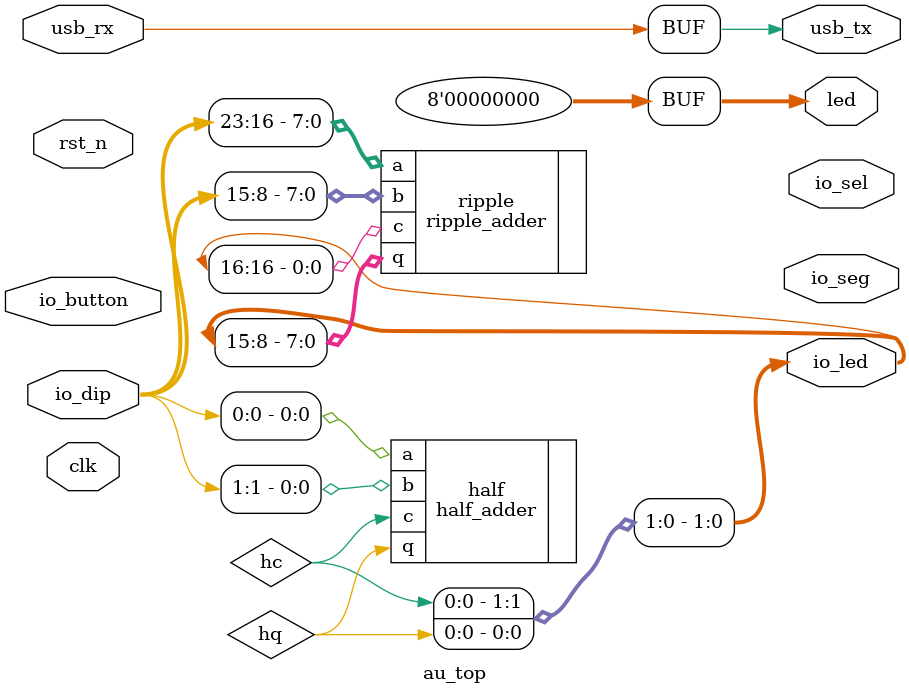
<source format=v>
module au_top(
    input clk,              // 100MHz clock
    input rst_n,            // reset button (active low)
    output [7:0] led,       // 8 user controllable LEDs
    input usb_rx,           // USB->Serial input
    output usb_tx,          // USB->Serial output,
    input [4:0] io_button,
    input [23:0] io_dip,
    output [23:0] io_led,
    output [7:0] io_seg,
    output [3:0] io_sel
    );

    assign led = 8'h00;     // turn LEDs off
    assign usb_tx = usb_rx; // echo the serial data
    
    //////////////////////////////////////////////////////    
    // 1 bit half-adder

    wire hq;
    wire hc;
        
    half_adder half(
      .a(io_dip[0]),
      .b(io_dip[1]),
      .q(hq),
      .c(hc)
    );
    
    assign io_led[0] = hq;
    assign io_led[1] = hc;
    
    
    //////////////////////////////////////////////////////
    // 8 bit ripple addition with full-adder
    
    ripple_adder ripple(
      .a(io_dip[23:16]),
      .b(io_dip[15:8]),
      .q(io_led[15:8]),
      .c(io_led[16])
    );   
    
endmodule

</source>
